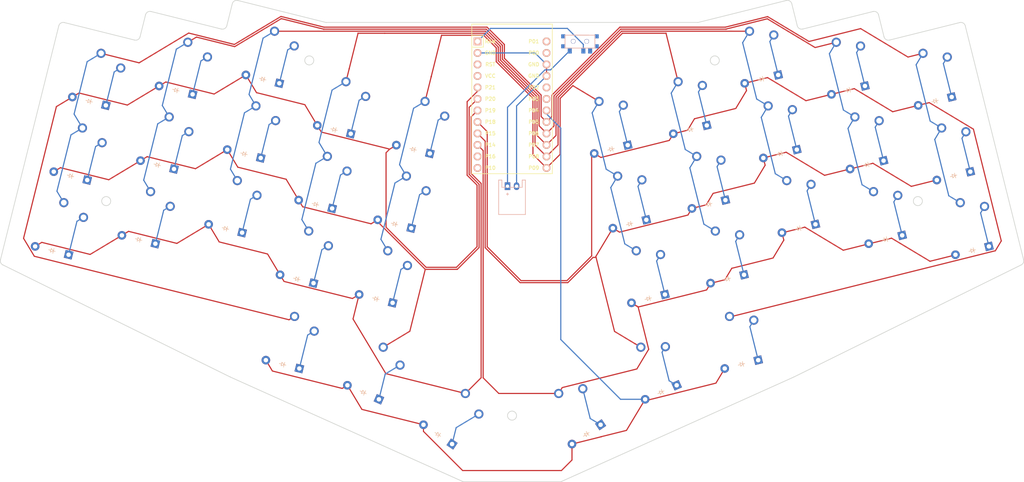
<source format=kicad_pcb>
(kicad_pcb (version 20211014) (generator pcbnew)
  (title_block (title "ibkbd_mini_pcb") (rev "v1.0.0") (company "Unknown"))
  (layers (0 "F.Cu" signal) (31 "B.Cu" signal) (34 "B.Paste" user) (35 "F.Paste" user) (36 "B.SilkS" user "B.Silkscreen") (37 "F.SilkS" user "F.Silkscreen") (38 "B.Mask" user) (39 "F.Mask" user) (44 "Edge.Cuts" user))
  (net 0 "")
  (net 1 "pinky_bottom")
  (net 2 "P5")
  (net 3 "pinky_home")
  (net 4 "pinky_top")
  (net 5 "ring_bottom")
  (net 6 "P6")
  (net 7 "ring_home")
  (net 8 "ring_top")
  (net 9 "middle_bottom")
  (net 10 "P7")
  (net 11 "middle_home")
  (net 12 "middle_top")
  (net 13 "index_bottom")
  (net 14 "P8")
  (net 15 "index_home")
  (net 16 "index_top")
  (net 17 "inner_bottom")
  (net 18 "P9")
  (net 19 "inner_home")
  (net 20 "inner_top")
  (net 21 "mirror_pinky_bottom")
  (net 22 "mirror_pinky_home")
  (net 23 "mirror_pinky_top")
  (net 24 "mirror_ring_bottom")
  (net 25 "mirror_ring_home")
  (net 26 "mirror_ring_top")
  (net 27 "mirror_middle_bottom")
  (net 28 "mirror_middle_home")
  (net 29 "mirror_middle_top")
  (net 30 "mirror_index_bottom")
  (net 31 "mirror_index_home")
  (net 32 "mirror_index_top")
  (net 33 "mirror_inner_bottom")
  (net 34 "mirror_inner_home")
  (net 35 "mirror_inner_top")
  (net 36 "inner_key")
  (net 37 "P21")
  (net 38 "mid_key")
  (net 39 "P20")
  (net 40 "outer_key")
  (net 41 "P19")
  (net 42 "mirror_inner_key")
  (net 43 "P18")
  (net 44 "mirror_mid_key")
  (net 45 "P15")
  (net 46 "mirror_outer_key")
  (net 47 "P14")
  (net 48 "P4")
  (net 49 "RAW")
  (net 50 "GND")
  (net 51 "RST")
  (net 52 "VCC")
  (net 53 "P16")
  (net 54 "P10")
  (net 55 "P1")
  (net 56 "P0")
  (net 57 "P2")
  (net 58 "P3")
  (net 59 "batswitch")
  (footprint "E73:SPDT_C128955" (layer "F.Cu") (at 214.366123 112.553325)
    (fp_text reference "T1" hide)
    (fp_text value "" hide)
  )
  (footprint "PG1350" (layer "F.Cu") (at 153.034867 160.188784 -14)
    (fp_text reference "S10" hide)
    (fp_text value "" hide)
  )
  (footprint "PG1350" (layer "F.Cu") (at 253.243901 116.052066 14)
    (fp_text reference "S24" hide)
    (fp_text value "" hide)
  )
  (footprint "PG1350" (layer "F.Cu") (at 248.828715 179.041245 14)
    (fp_text reference "S34" hide)
    (fp_text value "" hide)
  )
  (footprint "PG1350" (layer "F.Cu") (at 126.329566 118.489541 -14)
    (fp_text reference "S6" hide)
    (fp_text value "" hide)
  )
  (footprint "ComboDiode" (layer "F.Cu") (at 169.290581 169.394858 166)
    (fp_text reference "D13" hide)
    (fp_text value "" hide)
  )
  (footprint "PG1350" (layer "F.Cu") (at 118.104221 151.479595 -14)
    (fp_text reference "S4" hide)
    (fp_text value "" hide)
  )
  (footprint "PG1350" (layer "F.Cu") (at 241.584707 143.693759 14)
    (fp_text reference "S26" hide)
    (fp_text value "" hide)
  )
  (footprint "PG1350" (layer "F.Cu") (at 257.356575 132.547093 14)
    (fp_text reference "S23" hide)
    (fp_text value "" hide)
  )
  (footprint "ComboDiode" (layer "F.Cu") (at 229.441664 169.394857 -166)
    (fp_text reference "D28" hide)
    (fp_text value "" hide)
  )
  (footprint "ProMicro" (layer "F.Cu") (at 199.366123 126.553324 -90)
    (fp_text reference "MCU1" hide)
    (fp_text value "" hide)
  )
  (footprint "PG1350" (layer "F.Cu") (at 276.515352 134.984571 14)
    (fp_text reference "S20" hide)
    (fp_text value "" hide)
  )
  (footprint "ComboDiode" (layer "F.Cu") (at 215.765527 199.371503 -146)
    (fp_text reference "D36" hide)
    (fp_text value "" hide)
  )
  (footprint "PG1350" (layer "F.Cu") (at 220.006711 131.553324 14)
    (fp_text reference "S30" hide)
    (fp_text value "" hide)
  )
  (footprint "ComboDiode" (layer "F.Cu") (at 140.166059 137.398572 166)
    (fp_text reference "D8" hide)
    (fp_text value "" hide)
  )
  (footprint "PG1350" (layer "F.Cu") (at 295.674128 137.422046 14)
    (fp_text reference "S17" hide)
    (fp_text value "" hide)
  )
  (footprint "ComboDiode" (layer "F.Cu") (at 281.837634 156.331075 -166)
    (fp_text reference "D19" hide)
    (fp_text value "" hide)
  )
  (footprint "ComboDiode" (layer "F.Cu") (at 136.053389 153.8936 166)
    (fp_text reference "D7" hide)
    (fp_text value "" hide)
  )
  (footprint "ComboDiode" (layer "F.Cu") (at 97.735834 158.768551 166)
    (fp_text reference "D1" hide)
    (fp_text value "" hide)
  )
  (footprint "PG1350" (layer "F.Cu") (at 98.945445 153.917072 -14)
    (fp_text reference "S1" hide)
    (fp_text value "" hide)
  )
  (footprint "ComboDiode" (layer "F.Cu") (at 258.566187 137.398572 -166)
    (fp_text reference "D23" hide)
    (fp_text value "" hide)
  )
  (footprint "PG1350" (layer "F.Cu") (at 237.472033 127.198732 14)
    (fp_text reference "S27" hide)
    (fp_text value "" hide)
  )
  (footprint "ComboDiode" (layer "F.Cu") (at 273.612291 123.341019 -166)
    (fp_text reference "D21" hide)
    (fp_text value "" hide)
  )
  (footprint "ComboDiode" (layer "F.Cu") (at 121.007284 139.836048 166)
    (fp_text reference "D5" hide)
    (fp_text value "" hide)
  )
  (footprint "PG1350" (layer "F.Cu") (at 230.212641 185.504289 24)
    (fp_text reference "S35" hide)
    (fp_text value "" hide)
  )
  (footprint "ComboDiode" (layer "F.Cu") (at 238.681644 132.05021 -166)
    (fp_text reference "D27" hide)
    (fp_text value "" hide)
  )
  (footprint "PG1350" (layer "F.Cu") (at 245.697379 160.188784 14)
    (fp_text reference "S25" hide)
    (fp_text value "" hide)
  )
  (footprint "PG1350" (layer "F.Cu") (at 224.119383 148.048351 14)
    (fp_text reference "S29" hide)
    (fp_text value "" hide)
  )
  (footprint "ComboDiode" (layer "F.Cu") (at 221.21632 136.404804 -166)
    (fp_text reference "D30" hide)
    (fp_text value "" hide)
  )
  (footprint "ComboDiode" (layer "F.Cu") (at 292.771063 125.778495 -166)
    (fp_text reference "D18" hide)
    (fp_text value "" hide)
  )
  (footprint "ComboDiode" (layer "F.Cu") (at 101.848508 142.273524 166)
    (fp_text reference "D2" hide)
    (fp_text value "" hide)
  )
  (footprint "PG1350" (layer "F.Cu") (at 291.561458 120.927018 14)
    (fp_text reference "S18" hide)
    (fp_text value "" hide)
  )
  (footprint "PG1350" (layer "F.Cu") (at 103.058118 137.422045 -14)
    (fp_text reference "S2" hide)
    (fp_text value "" hide)
  )
  (footprint "PG1350" (layer "F.Cu") (at 280.628025 151.479596 14)
    (fp_text reference "S19" hide)
    (fp_text value "" hide)
  )
  (footprint "PG1350" (layer "F.Cu") (at 157.14754 143.693758 -14)
    (fp_text reference "S11" hide)
    (fp_text value "" hide)
  )
  (footprint "ComboDiode" (layer "F.Cu") (at 250.038323 183.892723 -166)
    (fp_text reference "D34" hide)
    (fp_text value "" hide)
  )
  (footprint "ComboDiode" (layer "F.Cu") (at 277.72496 139.836047 -166)
    (fp_text reference "D20" hide)
    (fp_text value "" hide)
  )
  (footprint "ComboDiode" (layer "F.Cu") (at 246.906985 165.040263 -166)
    (fp_text reference "D25" hide)
    (fp_text value "" hide)
  )
  (footprint "PG1350" (layer "F.Cu") (at 170.500192 164.543379 -14)
    (fp_text reference "S13" hide)
    (fp_text value "" hide)
  )
  (footprint "ComboDiode" (layer "F.Cu") (at 296.883737 142.273524 -166)
    (fp_text reference "D17" hide)
    (fp_text value "" hide)
  )
  (footprint "ComboDiode" (layer "F.Cu") (at 225.328991 152.899831 -166)
    (fp_text reference "D29" hide)
    (fp_text value "" hide)
  )
  (footprint "PG1350" (layer "F.Cu") (at 149.90353 179.041244 -14)
    (fp_text reference "S31" hide)
    (fp_text value "" hide)
  )
  (footprint "PG1350" (layer "F.Cu") (at 185.762685 195.226316 -34)
    (fp_text reference "S33" hide)
    (fp_text value "" hide)
  )
  (footprint "PG1350" (layer "F.Cu") (at 174.612864 148.048351 -14)
    (fp_text reference "S14" hide)
    (fp_text value "" hide)
  )
  (footprint "PG1350" (layer "F.Cu") (at 228.232054 164.543377 14)
    (fp_text reference "S28" hide)
    (fp_text value "" hide)
  )
  (footprint "PG1350" (layer "F.Cu") (at 145.48834 116.052066 -14)
    (fp_text reference "S9" hide)
    (fp_text value "" hide)
  )
  (footprint "PG1350" (layer "F.Cu") (at 137.262998 149.042121 -14)
    (fp_text reference "S7" hide)
    (fp_text value "" hide)
  )
  (footprint "ComboDiode" (layer "F.Cu") (at 166.485922 190.072014 156)
    (fp_text reference "D32" hide)
    (fp_text value "" hide)
  )
  (footprint "PG1350" (layer "F.Cu") (at 122.216891 134.98457 -14)
    (fp_text reference "S5" hide)
    (fp_text value "" hide)
  )
  (footprint "PG1350" (layer "F.Cu") (at 107.170791 120.927016 -14)
    (fp_text reference "S3" hide)
    (fp_text value "" hide)
  )
  (footprint "PG1350" (layer "F.Cu") (at 299.786798 153.917072 14)
    (fp_text reference "S16" hide)
    (fp_text value "" hide)
  )
  (footprint "ComboDiode" (layer "F.Cu") (at 182.966719 199.371503 146)
    (fp_text reference "D33" hide)
    (fp_text value "" hide)
  )
  (footprint "ComboDiode" (layer "F.Cu") (at 116.894612 156.331075 166)
    (fp_text reference "D4" hide)
    (fp_text value "" hide)
  )
  (footprint "PG1350" (layer "F.Cu") (at 141.375669 132.547093 -14)
    (fp_text reference "S8" hide)
    (fp_text value "" hide)
  )
  (footprint "ComboDiode" (layer "F.Cu") (at 177.515925 136.404802 166)
    (fp_text reference "D15" hide)
    (fp_text value "" hide)
  )
  (footprint "ComboDiode" (layer "F.Cu") (at 300.996412 158.768551 -166)
    (fp_text reference "D16" hide)
    (fp_text value "" hide)
  )
  (footprint "ComboDiode" (layer "F.Cu") (at 173.403255 152.89983 166)
    (fp_text reference "D14" hide)
    (fp_text value "" hide)
  )
  (footprint "ComboDiode" (layer "F.Cu") (at 125.119958 123.34102 166)
    (fp_text reference "D6" hide)
    (fp_text value "" hide)
  )
  (footprint "PG1350" (layer "F.Cu") (at 168.519607 185.504287 -24)
    (fp_text reference "S32" hide)
    (fp_text value "" hide)
  )
  (footprint "ComboDiode" (layer "F.Cu") (at 105.961181 125.778496 166)
    (fp_text reference "D3" hide)
    (fp_text value "" hide)
  )
  (footprint "PG1350" (layer "F.Cu") (at 212.969561 195.226317 34)
    (fp_text reference "S36" hide)
    (fp_text value "" hide)
  )
  (footprint "ComboDiode" (layer "F.Cu") (at 160.050602 132.05021 166)
    (fp_text reference "D12" hide)
    (fp_text value "" hide)
  )
  (footprint "ComboDiode" (layer "F.Cu") (at 148.693921 183.892726 166)
    (fp_text reference "D31" hide)
    (fp_text value "" hide)
  )
  (footprint "ComboDiode" (layer "F.Cu") (at 151.825258 165.040264 166)
    (fp_text reference "D10" hide)
    (fp_text value "" hide)
  )
  (footprint "JST_PH_S2B-PH-K_02x2.00mm_Angled" (layer "F.Cu") (at 199.366123 144.553324)
    (fp_text reference "JST1" hide)
    (fp_text value "" hide)
  )
  (footprint "PG1350" (layer "F.Cu") (at 272.402679 118.48954 14)
    (fp_text reference "S21" hide)
    (fp_text value "" hide)
  )
  (footprint "PG1350" (layer "F.Cu") (at 261.469248 149.042121 14)
    (fp_text reference "S22" hide)
    (fp_text value "" hide)
  )
  (footprint "PG1350" (layer "F.Cu") (at 178.725533 131.553323 -14)
    (fp_text reference "S15" hide)
    (fp_text value "" hide)
  )
  (footprint "PG1350" (layer "F.Cu") (at 161.260212 127.19873 -14)
    (fp_text reference "S12" hide)
    (fp_text value "" hide)
  )
  (footprint "ComboDiode" (layer "F.Cu") (at 254.453513 120.903544 -166)
    (fp_text reference "D24" hide)
    (fp_text value "" hide)
  )
  (footprint "ComboDiode" (layer "F.Cu") (at 242.794316 148.545236 -166)
    (fp_text reference "D26" hide)
    (fp_text value "" hide)
  )
  (footprint "ComboDiode" (layer "F.Cu") (at 144.278732 120.903545 166)
    (fp_text reference "D9" hide)
    (fp_text value "" hide)
  )
  (footprint "ComboDiode" (layer "F.Cu") (at 262.678855 153.8936 -166)
    (fp_text reference "D22" hide)
    (fp_text value "" hide)
  )
  (footprint "ComboDiode" (layer "F.Cu") (at 155.937929 148.545235 166)
    (fp_text reference "D11" hide)
    (fp_text value "" hide)
  )
  (footprint "ComboDiode" (layer "F.Cu") (at 232.246323 190.072014 -156)
    (fp_text reference "D35" hide)
    (fp_text value "" hide)
  )
  (gr_line (start 137.161191 186.714683) (end 188.40723 209.749535) (layer "Edge.Cuts") (width 0.15))
  (gr_line (start 86.381904 160.800907) (end 99.262732 109.138723) (layer "Edge.Cuts") (width 0.15))
  (gr_arc (start 259.939744 103.535397) (mid 260.696702 103.648527) (end 261.151959 104.263772) (layer "Edge.Cuts") (width 0.15))
  (gr_line (start 158.127795 108.356226) (end 138.792503 103.535395) (layer "Edge.Cuts") (width 0.15))
  (gr_line (start 115.999682 112.281099) (end 100.47495 108.41035) (layer "Edge.Cuts") (width 0.15))
  (gr_arc (start 118.421511 106.701246) (mid 118.876767 106.086001) (end 119.633726 105.972873) (layer "Edge.Cuts") (width 0.15))
  (gr_line (start 299.469513 109.138724) (end 312.35034 160.800906) (layer "Edge.Cuts") (width 0.15))
  (gr_line (start 86.90999 161.939738) (end 137.128963 186.699503) (layer "Edge.Cuts") (width 0.15))
  (gr_line (start 298.257295 108.41035) (end 282.732565 112.281101) (layer "Edge.Cuts") (width 0.15))
  (gr_arc (start 312.35034 160.800906) (mid 312.287254 161.463506) (end 311.822257 161.939739) (layer "Edge.Cuts") (width 0.15))
  (gr_arc (start 261.603284 186.6995) (mid 261.587238 186.707235) (end 261.571057 186.714685) (layer "Edge.Cuts") (width 0.15))
  (gr_arc (start 86.90999 161.939738) (mid 86.444994 161.463506) (end 86.381904 160.800907) (layer "Edge.Cuts") (width 0.15))
  (gr_circle (center 199.366122 195.226316) (end 200.366122 195.226317) (layer "Edge.Cuts") (width 0.15) (fill none))
  (gr_circle (center 288.997802 147.846855) (end 289.997805 147.846854) (layer "Edge.Cuts") (width 0.15) (fill none))
  (gr_arc (start 136.370677 109.115249) (mid 135.915419 109.730496) (end 135.158458 109.843623) (layer "Edge.Cuts") (width 0.15))
  (gr_arc (start 188.817215 209.837444) (mid 188.607563 209.815221) (end 188.40723 209.749535) (layer "Edge.Cuts") (width 0.15))
  (gr_arc (start 137.580285 104.263769) (mid 138.035543 103.648524) (end 138.792503 103.535395) (layer "Edge.Cuts") (width 0.15))
  (gr_line (start 261.603284 186.6995) (end 311.822257 161.939739) (layer "Edge.Cuts") (width 0.15))
  (gr_arc (start 137.161191 186.714683) (mid 137.14501 186.707235) (end 137.128963 186.699503) (layer "Edge.Cuts") (width 0.15))
  (gr_arc (start 99.262736 109.138724) (mid 99.717992 108.52348) (end 100.47495 108.41035) (layer "Edge.Cuts") (width 0.15))
  (gr_line (start 281.520347 111.552725) (end 280.310735 106.701248) (layer "Edge.Cuts") (width 0.15))
  (gr_arc (start 298.257295 108.41035) (mid 299.014255 108.523478) (end 299.469513 109.138724) (layer "Edge.Cuts") (width 0.15))
  (gr_circle (center 109.734443 147.846857) (end 110.734443 147.846856) (layer "Edge.Cuts") (width 0.15) (fill none))
  (gr_arc (start 279.098518 105.972873) (mid 279.855477 106.086003) (end 280.310735 106.701248) (layer "Edge.Cuts") (width 0.15))
  (gr_line (start 259.939743 103.535397) (end 240.604451 108.356226) (layer "Edge.Cuts") (width 0.15))
  (gr_arc (start 240.604449 108.356226) (mid 240.484397 108.378476) (end 240.362529 108.385934) (layer "Edge.Cuts") (width 0.15))
  (gr_line (start 118.421508 106.701247) (end 117.2119 111.552726) (layer "Edge.Cuts") (width 0.15))
  (gr_line (start 279.098518 105.972876) (end 263.573785 109.843622) (layer "Edge.Cuts") (width 0.15))
  (gr_line (start 210.325013 209.749536) (end 261.571057 186.714685) (layer "Edge.Cuts") (width 0.15))
  (gr_circle (center 244.148361 116.77392) (end 245.148361 116.773921) (layer "Edge.Cuts") (width 0.15) (fill none))
  (gr_line (start 262.361571 109.11525) (end 261.151959 104.263772) (layer "Edge.Cuts") (width 0.15))
  (gr_line (start 137.580285 104.263771) (end 136.370674 109.11525) (layer "Edge.Cuts") (width 0.15))
  (gr_circle (center 154.583888 116.773921) (end 155.583887 116.773921) (layer "Edge.Cuts") (width 0.15) (fill none))
  (gr_line (start 240.362529 108.385934) (end 158.369718 108.385933) (layer "Edge.Cuts") (width 0.15))
  (gr_arc (start 158.369717 108.385931) (mid 158.247848 108.378477) (end 158.127795 108.356226) (layer "Edge.Cuts") (width 0.15))
  (gr_line (start 135.158458 109.843623) (end 119.633726 105.972873) (layer "Edge.Cuts") (width 0.15))
  (gr_arc (start 210.325013 209.749536) (mid 210.124682 209.815219) (end 209.915033 209.837442) (layer "Edge.Cuts") (width 0.15))
  (gr_arc (start 263.573785 109.843622) (mid 262.816828 109.730492) (end 262.361571 109.11525) (layer "Edge.Cuts") (width 0.15))
  (gr_line (start 188.817215 209.837444) (end 209.915033 209.837442) (layer "Edge.Cuts") (width 0.15))
  (gr_arc (start 117.2119 111.552726) (mid 116.756643 112.167972) (end 115.999682 112.281099) (layer "Edge.Cuts") (width 0.15))
  (gr_arc (start 282.732563 112.281097) (mid 281.975603 112.167971) (end 281.520347 111.552725) (layer "Edge.Cuts") (width 0.15))
  (segment (start 103.273689 152.306325) (end 104.716227 151.439559) (width 0.25) (layer "B.Cu") (net 1))
  (segment (start 101.432663 159.690273) (end 103.273689 152.306325) (width 0.25) (layer "B.Cu") (net 1))
  (segment (start 223.184246 109.42828) (end 246.475517 109.428281) (width 0.25) (layer "F.Cu") (net 2))
  (segment (start 197.681142 116.311385) (end 205.785311 124.415555) (width 0.25) (layer "F.Cu") (net 2))
  (segment (start 197.681142 113.261386) (end 197.681142 116.311385) (width 0.25) (layer "F.Cu") (net 2))
  (segment (start 205.78531 129.162512) (end 206.986123 130.363325) (width 0.25) (layer "F.Cu") (net 2))
  (segment (start 138.03878 113.24781) (end 148.331759 107.063164) (width 0.25) (layer "F.Cu") (net 2))
  (segment (start 108.598129 115.202274) (end 108.605975 115.215335) (width 0.25) (layer "F.Cu") (net 2))
  (segment (start 255.811282 107.100612) (end 264.950821 112.592202) (width 0.25) (layer "F.Cu") (net 2))
  (segment (start 286.811248 116.030758) (end 290.134118 115.202274) (width 0.25) (layer "F.Cu") (net 2))
  (segment (start 246.475517 109.428281) (end 255.811282 107.100612) (width 0.25) (layer "F.Cu") (net 2))
  (segment (start 208.186933 124.425594) (end 223.184246 109.42828) (width 0.25) (layer "F.Cu") (net 2))
  (segment (start 276.355951 109.748583) (end 286.811248 116.030758) (width 0.25) (layer "F.Cu") (net 2))
  (segment (start 148.331759 107.063164) (end 157.817446 109.428212) (width 0.25) (layer "F.Cu") (net 2))
  (segment (start 116.997805 117.307654) (end 127.943548 110.730786) (width 0.25) (layer "F.Cu") (net 2))
  (segment (start 205.785311 124.415555) (end 205.78531 129.162512) (width 0.25) (layer "F.Cu") (net 2))
  (segment (start 108.605975 115.215335) (end 116.997805 117.307654) (width 0.25) (layer "F.Cu") (net 2))
  (segment (start 157.817446 109.428212) (end 193.847967 109.428212) (width 0.25) (layer "F.Cu") (net 2))
  (segment (start 264.950821 112.592202) (end 276.355951 109.748583) (width 0.25) (layer "F.Cu") (net 2))
  (segment (start 193.847967 109.428212) (end 197.681142 113.261386) (width 0.25) (layer "F.Cu") (net 2))
  (segment (start 206.986123 130.363325) (end 208.186932 129.162514) (width 0.25) (layer "F.Cu") (net 2))
  (segment (start 208.186932 129.162514) (end 208.186933 124.425594) (width 0.25) (layer "F.Cu") (net 2))
  (segment (start 127.943548 110.730786) (end 138.03878 113.24781) (width 0.25) (layer "F.Cu") (net 2))
  (segment (start 288.612529 117.73462) (end 291.714441 130.175713) (width 0.25) (layer "B.Cu") (net 2))
  (segment (start 101.953108 133.218889) (end 98.851198 145.659979) (width 0.25) (layer "B.Cu") (net 2))
  (segment (start 104.485455 131.697298) (end 101.953108 133.218889) (width 0.25) (layer "B.Cu") (net 2))
  (segment (start 292.725201 134.229649) (end 295.827114 146.670741) (width 0.25) (layer "B.Cu") (net 2))
  (segment (start 295.827114 146.670741) (end 298.35946 148.192327) (width 0.25) (layer "B.Cu") (net 2))
  (segment (start 105.527595 117.047234) (end 102.640493 128.626766) (width 0.25) (layer "B.Cu") (net 2))
  (segment (start 291.714441 130.175713) (end 294.246788 131.6973) (width 0.25) (layer "B.Cu") (net 2))
  (segment (start 290.134119 115.202272) (end 288.612529 117.73462) (width 0.25) (layer "B.Cu") (net 2))
  (segment (start 294.246788 131.6973) (end 292.725201 134.229649) (width 0.25) (layer "B.Cu") (net 2))
  (segment (start 108.59813 115.202273) (end 105.527595 117.047234) (width 0.25) (layer "B.Cu") (net 2))
  (segment (start 98.851198 145.659979) (end 100.372784 148.192327) (width 0.25) (layer "B.Cu") (net 2))
  (segment (start 102.640493 128.626766) (end 104.485455 131.697298) (width 0.25) (layer "B.Cu") (net 2))
  (segment (start 107.386359 135.811296) (end 108.828899 134.944531) (width 0.25) (layer "B.Cu") (net 3))
  (segment (start 105.545335 143.195247) (end 107.386359 135.811296) (width 0.25) (layer "B.Cu") (net 3))
  (segment (start 109.658007 126.70022) (end 111.499033 119.316268) (width 0.25) (layer "B.Cu") (net 4))
  (segment (start 111.499033 119.316268) (end 112.941574 118.449501) (width 0.25) (layer "B.Cu") (net 4))
  (segment (start 122.432464 149.868848) (end 123.875002 149.002082) (width 0.25) (layer "B.Cu") (net 5))
  (segment (start 120.591437 157.252798) (end 122.432464 149.868848) (width 0.25) (layer "B.Cu") (net 5))
  (segment (start 270.97534 112.764797) (end 266.303757 113.929553) (width 0.25) (layer "F.Cu") (net 6))
  (segment (start 246.661713 109.877799) (end 223.370445 109.877799) (width 0.25) (layer "F.Cu") (net 6))
  (segment (start 266.303757 113.929553) (end 255.739364 107.581825) (width 0.25) (layer "F.Cu") (net 6))
  (segment (start 148.403676 107.544375) (end 157.760918 109.877398) (width 0.25) (layer "F.Cu") (net 6))
  (segment (start 205.335791 131.206034) (end 206.986123 132.856366) (width 0.25) (layer "F.Cu") (net 6))
  (segment (start 255.739364 107.581825) (end 246.705225 109.834287) (width 0.25) (layer "F.Cu") (net 6))
  (segment (start 138.110697 113.729021) (end 148.403676 107.544375) (width 0.25) (layer "F.Cu") (net 6))
  (segment (start 206.986123 132.856366) (end 206.986123 132.903324) (width 0.25) (layer "F.Cu") (net 6))
  (segment (start 127.756907 112.764796) (end 129.659148 111.621815) (width 0.25) (layer "F.Cu") (net 6))
  (segment (start 246.705225 109.834287) (end 246.661713 109.877799) (width 0.25) (layer "F.Cu") (net 6))
  (segment (start 205.335791 124.601751) (end 205.335791 131.206034) (width 0.25) (layer "F.Cu") (net 6))
  (segment (start 208.636453 131.252994) (end 206.986123 132.903324) (width 0.25) (layer "F.Cu") (net 6))
  (segment (start 157.760918 109.877398) (end 157.761159 109.877802) (width 0.25) (layer "F.Cu") (net 6))
  (segment (start 197.231623 113.447583) (end 197.231621 116.497583) (width 0.25) (layer "F.Cu") (net 6))
  (segment (start 197.231621 116.497583) (end 205.335791 124.601751) (width 0.25) (layer "F.Cu") (net 6))
  (segment (start 157.761159 109.877802) (end 193.661839 109.8778) (width 0.25) (layer "F.Cu") (net 6))
  (segment (start 129.659148 111.621815) (end 138.110697 113.729021) (width 0.25) (layer "F.Cu") (net 6))
  (segment (start 208.636454 124.611793) (end 208.636453 131.252994) (width 0.25) (layer "F.Cu") (net 6))
  (segment (start 223.370445 109.877799) (end 208.636454 124.611793) (width 0.25) (layer "F.Cu") (net 6))
  (segment (start 193.661839 109.8778) (end 197.231623 113.447583) (width 0.25) (layer "F.Cu") (net 6))
  (segment (start 127.756907 112.764796) (end 125.224559 114.286386) (width 0.25) (layer "B.Cu") (net 6))
  (segment (start 269.453752 115.297146) (end 270.975342 112.764798) (width 0.25) (layer "B.Cu") (net 6))
  (segment (start 125.224559 114.286386) (end 122.122644 126.727477) (width 0.25) (layer "B.Cu") (net 6))
  (segment (start 272.555665 127.738237) (end 269.453752 115.297146) (width 0.25) (layer "B.Cu") (net 6))
  (segment (start 273.566425 131.792174) (end 275.088013 129.259825) (width 0.25) (layer "B.Cu") (net 6))
  (segment (start 123.644232 129.259824) (end 121.111885 130.781411) (width 0.25) (layer "B.Cu") (net 6))
  (segment (start 275.088013 129.259825) (end 272.555665 127.738237) (width 0.25) (layer "B.Cu") (net 6))
  (segment (start 118.009972 143.222503) (end 119.53156 145.754851) (width 0.25) (layer "B.Cu") (net 6))
  (segment (start 122.122644 126.727477) (end 123.644232 129.259824) (width 0.25) (layer "B.Cu") (net 6))
  (segment (start 121.111885 130.781411) (end 118.009972 143.222503) (width 0.25) (layer "B.Cu") (net 6))
  (segment (start 279.200686 145.754851) (end 276.668337 144.233262) (width 0.25) (layer "B.Cu") (net 6))
  (segment (start 206.963082 132.903323) (end 206.986123 132.903324) (width 0.25) (layer "B.Cu") (net 6))
  (segment (start 276.668337 144.233262) (end 273.566425 131.792174) (width 0.25) (layer "B.Cu") (net 6))
  (segment (start 124.704113 140.757771) (end 126.545136 133.37382) (width 0.25) (layer "B.Cu") (net 7))
  (segment (start 126.545136 133.37382) (end 127.987675 132.507055) (width 0.25) (layer "B.Cu") (net 7))
  (segment (start 128.816782 124.262743) (end 130.657807 116.878791) (width 0.25) (layer "B.Cu") (net 8))
  (segment (start 130.657807 116.878791) (end 132.100348 116.012027) (width 0.25) (layer "B.Cu") (net 8))
  (segment (start 139.750217 154.81532) (end 141.591239 147.431371) (width 0.25) (layer "B.Cu") (net 9))
  (segment (start 141.591239 147.431371) (end 143.033779 146.564607) (width 0.25) (layer "B.Cu") (net 9))
  (segment (start 146.915682 110.327322) (end 193.475643 110.327321) (width 0.25) (layer "F.Cu") (net 10))
  (segment (start 204.886271 133.343472) (end 206.986122 135.443325) (width 0.25) (layer "F.Cu") (net 10))
  (segment (start 196.782101 113.633781) (end 196.782102 116.683778) (width 0.25) (layer "F.Cu") (net 10))
  (segment (start 223.556643 110.32732) (end 209.085975 124.79799) (width 0.25) (layer "F.Cu") (net 10))
  (segment (start 204.886271 124.787948) (end 204.886271 133.343472) (width 0.25) (layer "F.Cu") (net 10))
  (segment (start 209.085975 124.79799) (end 209.085973 133.343474) (width 0.25) (layer "F.Cu") (net 10))
  (segment (start 251.816563 110.327321) (end 223.556643 110.32732) (width 0.25) (layer "F.Cu") (net 10))
  (segment (start 209.085973 133.343474) (end 206.986123 135.443324) (width 0.25) (layer "F.Cu") (net 10))
  (segment (start 193.475643 110.327321) (end 196.782101 113.633781) (width 0.25) (layer "F.Cu") (net 10))
  (segment (start 196.782102 116.683778) (end 204.886271 124.787948) (width 0.25) (layer "F.Cu") (net 10))
  (segment (start 257.509562 141.795788) (end 254.407648 129.354695) (width 0.25) (layer "B.Cu") (net 10))
  (segment (start 206.986122 135.426366) (end 206.986123 135.443324) (width 0.25) (layer "B.Cu") (net 10))
  (segment (start 146.915683 110.327321) (end 144.383334 111.848909) (width 0.25) (layer "B.Cu") (net 10))
  (segment (start 253.396888 125.300761) (end 250.294976 112.85967) (width 0.25) (layer "B.Cu") (net 10))
  (segment (start 144.383334 111.848909) (end 141.281421 124.29) (width 0.25) (layer "B.Cu") (net 10))
  (segment (start 255.929237 126.822348) (end 253.396888 125.300761) (width 0.25) (layer "B.Cu") (net 10))
  (segment (start 141.281421 124.29) (end 142.80301 126.822348) (width 0.25) (layer "B.Cu") (net 10))
  (segment (start 140.270664 128.343935) (end 137.168749 140.785026) (width 0.25) (layer "B.Cu") (net 10))
  (segment (start 142.80301 126.822348) (end 140.270664 128.343935) (width 0.25) (layer "B.Cu") (net 10))
  (segment (start 137.168749 140.785026) (end 138.690336 143.317376) (width 0.25) (layer "B.Cu") (net 10))
  (segment (start 250.294976 112.85967) (end 251.816564 110.327321) (width 0.25) (layer "B.Cu") (net 10))
  (segment (start 254.407648 129.354695) (end 255.929237 126.822348) (width 0.25) (layer "B.Cu") (net 10))
  (segment (start 260.041911 143.317376) (end 257.509562 141.795788) (width 0.25) (layer "B.Cu") (net 10))
  (segment (start 143.862888 138.320294) (end 145.703911 130.936345) (width 0.25) (layer "B.Cu") (net 11))
  (segment (start 145.703911 130.936345) (end 147.146452 130.06958) (width 0.25) (layer "B.Cu") (net 11))
  (segment (start 149.816583 114.441317) (end 151.259124 113.574554) (width 0.25) (layer "B.Cu") (net 12))
  (segment (start 147.975559 121.825266) (end 149.816583 114.441317) (width 0.25) (layer "B.Cu") (net 12))
  (segment (start 155.522084 165.961987) (end 157.36311 158.578033) (width 0.25) (layer "B.Cu") (net 13))
  (segment (start 157.36311 158.578033) (end 158.80565 157.711271) (width 0.25) (layer "B.Cu") (net 13))
  (segment (start 162.687553 121.473987) (end 163.400378 118.614991) (width 0.25) (layer "F.Cu") (net 14))
  (segment (start 206.986123 137.983324) (end 209.535494 135.433955) (width 0.25) (layer "F.Cu") (net 14))
  (segment (start 212.961354 121.558325) (end 223.742839 110.77684) (width 0.25) (layer "F.Cu") (net 14))
  (segment (start 163.400378 118.614991) (end 163.403118 118.613345) (width 0.25) (layer "F.Cu") (net 14))
  (segment (start 165.350153 110.79487) (end 165.339321 110.776842) (width 0.25) (layer "F.Cu") (net 14))
  (segment (start 204.436751 124.974146) (end 196.332581 116.869976) (width 0.25) (layer "F.Cu") (net 14))
  (segment (start 171.239622 110.776842) (end 165.339321 110.776842) (width 0.25) (layer "F.Cu") (net 14))
  (segment (start 223.742839 110.77684) (end 233.381765 110.776841) (width 0.25) (layer "F.Cu") (net 14))
  (segment (start 196.332581 113.81998) (end 193.289445 110.776842) (width 0.25) (layer "F.Cu") (net 14))
  (segment (start 206.986122 137.983325) (end 204.436751 135.433954) (width 0.25) (layer "F.Cu") (net 14))
  (segment (start 209.535494 135.433955) (end 209.535494 124.984189) (width 0.25) (layer "F.Cu") (net 14))
  (segment (start 196.332581 116.869976) (end 196.332581 113.81998) (width 0.25) (layer "F.Cu") (net 14))
  (segment (start 193.289445 110.776842) (end 171.239622 110.776842) (width 0.25) (layer "F.Cu") (net 14))
  (segment (start 233.378818 110.781746) (end 233.381765 110.776841) (width 0.25) (layer "F.Cu") (net 14))
  (segment (start 204.436751 135.433954) (end 204.436751 124.974146) (width 0.25) (layer "F.Cu") (net 14))
  (segment (start 209.535494 124.984189) (end 212.961354 121.558325) (width 0.25) (layer "F.Cu") (net 14))
  (segment (start 163.400378 118.614991) (end 165.350153 110.79487) (width 0.25) (layer "F.Cu") (net 14))
  (segment (start 236.044694 121.473987) (end 233.378818 110.781746) (width 0.25) (layer "F.Cu") (net 14))
  (segment (start 241.737693 152.942452) (end 238.635779 140.501361) (width 0.25) (layer "B.Cu") (net 14))
  (segment (start 158.574879 137.969012) (end 156.042533 139.490603) (width 0.25) (layer "B.Cu") (net 14))
  (segment (start 238.635779 140.501361) (end 240.157367 137.969015) (width 0.25) (layer "B.Cu") (net 14))
  (segment (start 240.157367 137.969015) (end 237.625018 136.447424) (width 0.25) (layer "B.Cu") (net 14))
  (segment (start 156.729917 134.898478) (end 158.574879 137.969012) (width 0.25) (layer "B.Cu") (net 14))
  (segment (start 162.687553 121.473987) (end 159.617016 123.318949) (width 0.25) (layer "B.Cu") (net 14))
  (segment (start 156.042533 139.490603) (end 152.940619 151.931692) (width 0.25) (layer "B.Cu") (net 14))
  (segment (start 152.940619 151.931692) (end 154.462207 154.46404) (width 0.25) (layer "B.Cu") (net 14))
  (segment (start 159.617016 123.318949) (end 156.729917 134.898478) (width 0.25) (layer "B.Cu") (net 14))
  (segment (start 244.270039 154.464038) (end 241.737693 152.942452) (width 0.25) (layer "B.Cu") (net 14))
  (segment (start 234.523106 124.006335) (end 236.044696 121.473987) (width 0.25) (layer "B.Cu") (net 14))
  (segment (start 237.625018 136.447424) (end 234.523106 124.006335) (width 0.25) (layer "B.Cu") (net 14))
  (segment (start 159.634759 149.466958) (end 161.475783 142.08301) (width 0.25) (layer "B.Cu") (net 15))
  (segment (start 161.475783 142.08301) (end 162.918322 141.216243) (width 0.25) (layer "B.Cu") (net 15))
  (segment (start 165.588453 125.587981) (end 167.030995 124.721216) (width 0.25) (layer "B.Cu") (net 16))
  (segment (start 163.747429 132.971931) (end 165.588453 125.587981) (width 0.25) (layer "B.Cu") (net 16))
  (segment (start 172.987409 170.31658) (end 174.828433 162.932631) (width 0.25) (layer "B.Cu") (net 17))
  (segment (start 174.828433 162.932631) (end 176.270971 162.065862) (width 0.25) (layer "B.Cu") (net 17))
  (segment (start 203.98723 137.524433) (end 206.986122 140.523323) (width 0.25) (layer "F.Cu") (net 18))
  (segment (start 209.985013 137.524433) (end 209.985012 125.170388) (width 0.25) (layer "F.Cu") (net 18))
  (segment (start 195.883061 114.006177) (end 195.883063 117.056173) (width 0.25) (layer "F.Cu") (net 18))
  (segment (start 209.985012 125.170388) (end 211.804214 123.351184) (width 0.25) (layer "F.Cu") (net 18))
  (segment (start 212.817905 122.366741) (end 212.812068 122.343329) (width 0.25) (layer "F.Cu") (net 18))
  (segment (start 181.516355 120.35995) (end 183.79284 111.229469) (width 0.25) (layer "F.Cu") (net 18))
  (segment (start 190.610103 111.22636) (end 183.790974 111.226362) (width 0.25) (layer "F.Cu") (net 18))
  (segment (start 211.804214 123.351184) (end 212.812068 122.343329) (width 0.25) (layer "F.Cu") (net 18))
  (segment (start 206.986125 140.523325) (end 209.985013 137.524433) (width 0.25) (layer "F.Cu") (net 18))
  (segment (start 183.79284 111.229469) (end 183.790974 111.226362) (width 0.25) (layer "F.Cu") (net 18))
  (segment (start 190.610103 111.22636) (end 193.103246 111.22636) (width 0.25) (layer "F.Cu") (net 18))
  (segment (start 193.103246 111.22636) (end 195.883061 114.006177) (width 0.25) (layer "F.Cu") (net 18))
  (segment (start 181.529607 120.306804) (end 181.529743 120.306722) (width 0.25) (layer "F.Cu") (net 18))
  (segment (start 195.883063 117.056173) (end 203.98723 125.160343) (width 0.25) (layer "F.Cu") (net 18))
  (segment (start 203.98723 125.160343) (end 203.98723 137.524433) (width 0.25) (layer "F.Cu") (net 18))
  (segment (start 218.579372 125.828579) (end 212.817905 122.366741) (width 0.25) (layer "F.Cu") (net 18))
  (segment (start 180.152872 125.82858) (end 181.516355 120.35995) (width 0.25) (layer "F.Cu") (net 18))
  (segment (start 181.516355 120.35995) (end 181.529607 120.306804) (width 0.25) (layer "F.Cu") (net 18))
  (segment (start 220.159693 140.802019) (end 217.057783 128.360928) (width 0.25) (layer "B.Cu") (net 18))
  (segment (start 221.170458 144.855956) (end 222.692044 142.323606) (width 0.25) (layer "B.Cu") (net 18))
  (segment (start 206.983081 140.523322) (end 206.986125 140.523325) (width 0.25) (layer "B.Cu") (net 18))
  (segment (start 173.507855 143.845196) (end 170.405941 156.286285) (width 0.25) (layer "B.Cu") (net 18))
  (segment (start 224.27237 157.297046) (end 221.170458 144.855956) (width 0.25) (layer "B.Cu") (net 18))
  (segment (start 180.152876 125.828579) (end 177.620528 127.350168) (width 0.25) (layer "B.Cu") (net 18))
  (segment (start 174.518613 139.791258) (end 176.040203 142.323607) (width 0.25) (layer "B.Cu") (net 18))
  (segment (start 226.804716 158.818632) (end 224.27237 157.297046) (width 0.25) (layer "B.Cu") (net 18))
  (segment (start 176.040203 142.323607) (end 173.507855 143.845196) (width 0.25) (layer "B.Cu") (net 18))
  (segment (start 170.405941 156.286285) (end 171.927529 158.818633) (width 0.25) (layer "B.Cu") (net 18))
  (segment (start 217.057783 128.360928) (end 218.579371 125.82858) (width 0.25) (layer "B.Cu") (net 18))
  (segment (start 222.692044 142.323606) (end 220.159693 140.802019) (width 0.25) (layer "B.Cu") (net 18))
  (segment (start 177.620528 127.350168) (end 174.518613 139.791258) (width 0.25) (layer "B.Cu") (net 18))
  (segment (start 178.941105 146.437602) (end 180.383646 145.570839) (width 0.25) (layer "B.Cu") (net 19))
  (segment (start 177.10008 153.821554) (end 178.941105 146.437602) (width 0.25) (layer "B.Cu") (net 19))
  (segment (start 181.212754 137.326525) (end 183.053778 129.942576) (width 0.25) (layer "B.Cu") (net 20))
  (segment (start 183.053778 129.942576) (end 184.496316 129.075812) (width 0.25) (layer "B.Cu") (net 20))
  (segment (start 302.852211 150.462876) (end 303.718975 149.020338) (width 0.25) (layer "B.Cu") (net 21))
  (segment (start 304.693238 157.846829) (end 302.852211 150.462876) (width 0.25) (layer "B.Cu") (net 21))
  (segment (start 298.73954 133.967851) (end 299.606304 132.525312) (width 0.25) (layer "B.Cu") (net 22))
  (segment (start 300.580563 141.351801) (end 298.73954 133.967851) (width 0.25) (layer "B.Cu") (net 22))
  (segment (start 294.626866 117.472823) (end 295.493633 116.030285) (width 0.25) (layer "B.Cu") (net 23))
  (segment (start 296.467893 124.856775) (end 294.626866 117.472823) (width 0.25) (layer "B.Cu") (net 23))
  (segment (start 284.5602 146.582863) (end 283.693436 148.025402) (width 0.25) (layer "B.Cu") (net 24))
  (segment (start 283.693436 148.025402) (end 285.534458 155.409353) (width 0.25) (layer "B.Cu") (net 24))
  (segment (start 280.447529 130.087837) (end 279.580763 131.530376) (width 0.25) (layer "B.Cu") (net 25))
  (segment (start 279.580763 131.530376) (end 281.421788 138.914326) (width 0.25) (layer "B.Cu") (net 25))
  (segment (start 275.468089 115.035348) (end 277.309115 122.419298) (width 0.25) (layer "B.Cu") (net 26))
  (segment (start 276.334853 113.592809) (end 275.468089 115.035348) (width 0.25) (layer "B.Cu") (net 26))
  (segment (start 266.375683 152.971875) (end 264.534656 145.587929) (width 0.25) (layer "B.Cu") (net 27))
  (segment (start 264.534656 145.587929) (end 265.401424 144.145387) (width 0.25) (layer "B.Cu") (net 27))
  (segment (start 262.263012 136.47685) (end 260.421985 129.092897) (width 0.25) (layer "B.Cu") (net 28))
  (segment (start 260.421985 129.092897) (end 261.288751 127.650359) (width 0.25) (layer "B.Cu") (net 28))
  (segment (start 258.150342 119.981823) (end 256.309313 112.597869) (width 0.25) (layer "B.Cu") (net 29))
  (segment (start 256.309313 112.597869) (end 257.17608 111.155332) (width 0.25) (layer "B.Cu") (net 29))
  (segment (start 249.629555 155.292052) (end 248.762788 156.734593) (width 0.25) (layer "B.Cu") (net 30))
  (segment (start 248.762788 156.734593) (end 250.603811 164.118542) (width 0.25) (layer "B.Cu") (net 30))
  (segment (start 245.516882 138.797024) (end 244.650117 140.239563) (width 0.25) (layer "B.Cu") (net 31))
  (segment (start 244.650117 140.239563) (end 246.491144 147.623513) (width 0.25) (layer "B.Cu") (net 31))
  (segment (start 241.40421 122.301996) (end 240.537444 123.744537) (width 0.25) (layer "B.Cu") (net 32))
  (segment (start 240.537444 123.744537) (end 242.37847 131.128486) (width 0.25) (layer "B.Cu") (net 32))
  (segment (start 231.297467 161.089186) (end 233.138492 168.473135) (width 0.25) (layer "B.Cu") (net 33))
  (segment (start 232.164232 159.646647) (end 231.297467 161.089186) (width 0.25) (layer "B.Cu") (net 33))
  (segment (start 227.184793 144.59416) (end 229.025819 151.978107) (width 0.25) (layer "B.Cu") (net 34))
  (segment (start 228.051559 143.151619) (end 227.184793 144.59416) (width 0.25) (layer "B.Cu") (net 34))
  (segment (start 223.938886 126.65659) (end 223.072123 128.099128) (width 0.25) (layer "B.Cu") (net 35))
  (segment (start 223.072123 128.099128) (end 224.913148 135.483079) (width 0.25) (layer "B.Cu") (net 35))
  (segment (start 154.231775 177.430497) (end 155.674313 176.563731) (width 0.25) (layer "B.Cu") (net 36))
  (segment (start 152.390748 184.814445) (end 154.231775 177.430497) (width 0.25) (layer "B.Cu") (net 36))
  (segment (start 192.062899 123.268342) (end 189.452102 125.87914) (width 0.25) (layer "F.Cu") (net 37))
  (segment (start 180.386607 162.472197) (end 171.541141 153.626731) (width 0.25) (layer "F.Cu") (net 37))
  (segment (start 114.408646 126.634025) (end 121.42313 122.419299) (width 0.25) (layer "F.Cu") (net 37))
  (segment (start 102.264353 124.856774) (end 103.735392 123.972885) (width 0.25) (layer "F.Cu") (net 37))
  (segment (start 91.47859 156.065027) (end 93.861292 160.030508) (width 0.25) (layer "F.Cu") (net 37))
  (segment (start 173.400509 135.483081) (end 173.819098 135.48308) (width 0.25) (layer "F.Cu") (net 37))
  (segment (start 191.642103 157.915772) (end 187.085676 162.472196) (width 0.25) (layer "F.Cu") (net 37))
  (segment (start 153.604471 126.552876) (end 156.353775 131.128486) (width 0.25) (layer "F.Cu") (net 37))
  (segment (start 150.10434 174.053474) (end 151.33087 173.316498) (width 0.25) (layer "F.Cu") (net 37))
  (segment (start 121.42313 122.419299) (end 122.894168 121.535409) (width 0.25) (layer "F.Cu") (net 37))
  (segment (start 103.735392 123.972885) (end 114.408646 126.634025) (width 0.25) (layer "F.Cu") (net 37))
  (segment (start 93.861292 160.030508) (end 150.10434 174.053474) (width 0.25) (layer "F.Cu") (net 37))
  (segment (start 192.271141 123.268343) (end 192.062899 123.268342) (width 0.25) (layer "F.Cu") (net 37))
  (segment (start 98.730228 126.98029) (end 91.47859 156.065027) (width 0.25) (layer "F.Cu") (net 37))
  (segment (start 133.567422 124.196549) (end 140.581907 119.981822) (width 0.25) (layer "F.Cu") (net 37))
  (segment (start 187.085676 162.472196) (end 180.386607 162.472197) (width 0.25) (layer "F.Cu") (net 37))
  (segment (start 171.541143 137.162451) (end 172.336623 136.366971) (width 0.25) (layer "F.Cu") (net 37))
  (segment (start 191.642102 144.324846) (end 191.642103 157.915772) (width 0.25) (layer "F.Cu") (net 37))
  (segment (start 172.348058 136.366969) (end 173.819098 135.48308) (width 0.25) (layer "F.Cu") (net 37))
  (segment (start 189.452102 125.87914) (end 189.452103 142.134845) (width 0.25) (layer "F.Cu") (net 37))
  (segment (start 171.541141 153.626731) (end 171.541143 137.162451) (width 0.25) (layer "F.Cu") (net 37))
  (segment (start 102.264353 124.856774) (end 98.730228 126.98029) (width 0.25) (layer "F.Cu") (net 37))
  (segment (start 156.353775 131.128486) (end 157.237666 132.599526) (width 0.25) (layer "F.Cu") (net 37))
  (segment (start 142.931217 123.891733) (end 153.604471 126.552876) (width 0.25) (layer "F.Cu") (net 37))
  (segment (start 122.894168 121.535409) (end 133.567422 124.196549) (width 0.25) (layer "F.Cu") (net 37))
  (segment (start 189.452103 142.134845) (end 191.642102 144.324846) (width 0.25) (layer "F.Cu") (net 37))
  (segment (start 140.581907 119.981822) (end 142.931217 123.891733) (width 0.25) (layer "F.Cu") (net 37))
  (segment (start 191.746122 122.743324) (end 192.271141 123.268343) (width 0.25) (layer "F.Cu") (net 37))
  (segment (start 157.237666 132.599526) (end 172.348058 136.366969) (width 0.25) (layer "F.Cu") (net 37))
  (segment (start 172.336623 136.366971) (end 172.348058 136.366969) (width 0.25) (layer "F.Cu") (net 37))
  (segment (start 171.359914 186.033127) (end 174.632933 184.066499) (width 0.25) (layer "B.Cu") (net 38))
  (segment (start 169.96653 191.621681) (end 171.359914 186.033127) (width 0.25) (layer "B.Cu") (net 38))
  (segment (start 169.706426 151.978107) (end 169.706427 152.427734) (width 0.25) (layer "F.Cu") (net 39))
  (segment (start 180.20041 162.921717) (end 176.793869 176.584602) (width 0.25) (layer "F.Cu") (net 39))
  (segment (start 169.706427 152.427734) (end 180.20041 162.921717) (width 0.25) (layer "F.Cu") (net 39))
  (segment (start 168.235391 152.861998) (end 169.706426 151.978107) (width 0.25) (layer "F.Cu") (net 39))
  (segment (start 192.091622 158.101969) (end 187.271875 162.921716) (width 0.25) (layer "F.Cu") (net 39))
  (segment (start 152.241103 147.62351) (end 153.124992 149.094551) (width 0.25) (layer "F.Cu") (net 39))
  (segment (start 187.271875 162.921716) (end 180.20041 162.921717) (width 0.25) (layer "F.Cu") (net 39))
  (segment (start 99.62272 140.467912) (end 110.295973 143.129053) (width 0.25) (layer "F.Cu") (net 39))
  (segment (start 110.295973 143.129053) (end 117.310457 138.914326) (width 0.25) (layer "F.Cu") (net 39))
  (segment (start 189.901623 141.948646) (end 192.091623 144.138648) (width 0.25) (layer "F.Cu") (net 39))
  (segment (start 153.124992 149.094551) (end 168.235391 152.861998) (width 0.25) (layer "F.Cu") (net 39))
  (segment (start 98.151679 141.351801) (end 99.62272 140.467912) (width 0.25) (layer "F.Cu") (net 39))
  (segment (start 189.901622 127.127826) (end 189.901623 141.948646) (width 0.25) (layer "F.Cu") (net 39))
  (segment (start 176.793869 176.584602) (end 170.91935 180.114368) (width 0.25) (layer "F.Cu") (net 39))
  (segment (start 136.469234 136.476849) (end 138.801347 140.358137) (width 0.25) (layer "F.Cu") (net 39))
  (segment (start 192.091623 144.138648) (end 192.091622 158.101969) (width 0.25) (layer "F.Cu") (net 39))
  (segment (start 191.746122 125.283324) (end 189.901622 127.127826) (width 0.25) (layer "F.Cu") (net 39))
  (segment (start 149.4746 143.019278) (end 152.241103 147.62351) (width 0.25) (layer "F.Cu") (net 39))
  (segment (start 138.801347 140.358137) (end 149.4746 143.019278) (width 0.25) (layer "F.Cu") (net 39))
  (segment (start 129.454749 140.691576) (end 136.469234 136.476849) (width 0.25) (layer "F.Cu") (net 39))
  (segment (start 117.310457 138.914326) (end 118.781496 138.030437) (width 0.25) (layer "F.Cu") (net 39))
  (segment (start 118.781496 138.030437) (end 129.454749 140.691576) (width 0.25) (layer "F.Cu") (net 39))
  (segment (start 187.028755 197.878672) (end 192.032806 194.871937) (width 0.25) (layer "B.Cu") (net 40))
  (segment (start 186.125352 201.502029) (end 187.028755 197.878672) (width 0.25) (layer "B.Cu") (net 40))
  (segment (start 125.342077 157.186605) (end 132.356561 152.971877) (width 0.25) (layer "F.Cu") (net 41))
  (segment (start 113.197786 155.409352) (end 114.668824 154.525462) (width 0.25) (layer "F.Cu") (net 41))
  (segment (start 134.695957 156.865286) (end 145.36921 159.526426) (width 0.25) (layer "F.Cu") (net 41))
  (segment (start 191.746123 127.823324) (end 190.351141 129.218306) (width 0.25) (layer "F.Cu") (net 41))
  (segment (start 171.502519 185.956945) (end 164.245756 173.879664) (width 0.25) (layer "F.Cu") (net 41))
  (segment (start 148.128431 164.11854) (end 149.012319 165.589581) (width 0.25) (layer "F.Cu") (net 41))
  (segment (start 189.06192 190.334998) (end 171.502519 185.956945) (width 0.25) (layer "F.Cu") (net 41))
  (segment (start 94.039008 157.846828) (end 95.510049 156.962941) (width 0.25) (layer "F.Cu") (net 41))
  (segment (start 132.356561 152.971877) (end 134.695957 156.865286) (width 0.25) (layer "F.Cu") (net 41))
  (segment (start 164.245756 173.879664) (end 165.593755 168.473137) (width 0.25) (layer "F.Cu") (net 41))
  (segment (start 190.351141 129.218306) (end 190.351141 141.762449) (width 0.25) (layer "F.Cu") (net 41))
  (segment (start 190.351141 141.762449) (end 192.541144 143.95245) (width 0.25) (layer "F.Cu") (net 41))
  (segment (start 145.36921 159.526426) (end 148.128431 164.11854) (width 0.25) (layer "F.Cu") (net 41))
  (segment (start 192.541144 143.95245) (end 192.541141 186.855773) (width 0.25) (layer "F.Cu") (net 41))
  (segment (start 149.012319 165.589581) (end 164.122716 169.357027) (width 0.25) (layer "F.Cu") (net 41))
  (segment (start 106.183299 159.624081) (end 113.197786 155.409352) (width 0.25) (layer "F.Cu") (net 41))
  (segment (start 95.510049 156.962941) (end 106.183299 159.624081) (width 0.25) (layer "F.Cu") (net 41))
  (segment (start 164.122716 169.357027) (end 165.593755 168.473137) (width 0.25) (layer "F.Cu") (net 41))
  (segment (start 192.541141 186.855773) (end 189.061922 190.334996) (width 0.25) (layer "F.Cu") (net 41))
  (segment (start 114.668824 154.525462) (end 125.342077 157.186605) (width 0.25) (layer "F.Cu") (net 41))
  (segment (start 251.894126 175.58705) (end 253.73515 182.971002) (width 0.25) (layer "B.Cu") (net 42))
  (segment (start 252.76089 174.14451) (end 251.894126 175.58705) (width 0.25) (layer "B.Cu") (net 42))
  (segment (start 234.100925 134.442969) (end 234.984814 132.971931) (width 0.25) (layer "F.Cu") (net 43))
  (segment (start 251.157384 123.432382) (end 250.756686 121.825266) (width 0.25) (layer "F.Cu") (net 43))
  (segment (start 239.662264 129.658016) (end 248.783042 127.383954) (width 0.25) (layer "F.Cu") (net 43))
  (segment (start 306.118027 158.807695) (end 307.421964 156.63758) (width 0.25) (layer "F.Cu") (net 43))
  (segment (start 191.746123 130.363324) (end 193.890182 132.507383) (width 0.25) (layer "F.Cu") (net 43))
  (segment (start 201.33734 165.402929) (end 211.500662 165.402927) (width 0.25) (layer "F.Cu") (net 43))
  (segment (start 217.519492 137.326524) (end 218.990533 138.210414) (width 0.25) (layer "F.Cu") (net 43))
  (segment (start 218.990533 138.210414) (end 234.100925 134.442969) (width 0.25) (layer "F.Cu") (net 43))
  (segment (start 248.783042 127.383954) (end 251.157384 123.432382) (width 0.25) (layer "F.Cu") (net 43))
  (segment (start 269.91546 124.262743) (end 274.954187 123.006448) (width 0.25) (layer "F.Cu") (net 43))
  (segment (start 216.951142 137.894877) (end 217.519492 137.326524) (width 0.25) (layer "F.Cu") (net 43))
  (segment (start 255.79541 120.568973) (end 264.280932 125.667587) (width 0.25) (layer "F.Cu") (net 43))
  (segment (start 274.954187 123.006448) (end 283.439708 128.105065) (width 0.25) (layer "F.Cu") (net 43))
  (segment (start 307.421964 156.63758) (end 301.269317 131.960664) (width 0.25) (layer "F.Cu") (net 43))
  (segment (start 247.401377 173.316499) (end 247.555343 173.409012) (width 0.25) (layer "F.Cu") (net 43))
  (segment (start 234.984814 132.971931) (end 238.144406 132.184155) (width 0.25) (layer "F.Cu") (net 43))
  (segment (start 250.756686 121.825266) (end 255.79541 120.568973) (width 0.25) (layer "F.Cu") (net 43))
  (segment (start 193.890182 157.95577) (end 201.33734 165.402929) (width 0.25) (layer "F.Cu") (net 43))
  (segment (start 291.505576 126.094018) (end 289.074238 126.700217) (width 0.25) (layer "F.Cu") (net 43))
  (segment (start 247.555343 173.409012) (end 306.118027 158.807695) (width 0.25) (layer "F.Cu") (net 43))
  (segment (start 301.269317 131.960664) (end 291.505576 126.094018) (width 0.25) (layer "F.Cu") (net 43))
  (segment (start 193.890182 132.507383) (end 193.890182 157.95577) (width 0.25) (layer "F.Cu") (net 43))
  (segment (start 264.280932 125.667587) (end 269.91546 124.262743) (width 0.25) (layer "F.Cu") (net 43))
  (segment (start 216.951142 159.952448) (end 216.951142 137.894877) (width 0.25) (layer "F.Cu") (net 43))
  (segment (start 238.144406 132.184155) (end 239.662264 129.658016) (width 0.25) (layer "F.Cu") (net 43))
  (segment (start 211.500662 165.402927) (end 216.951142 159.952448) (width 0.25) (layer "F.Cu") (net 43))
  (segment (start 283.439708 128.105065) (end 289.074238 126.700217) (width 0.25) (layer "F.Cu") (net 43))
  (segment (start 232.494743 181.230746) (end 234.06355 187.522886) (width 0.25) (layer "B.Cu") (net 44))
  (segment (start 233.234771 179.999133) (end 232.494743 181.230746) (width 0.25) (layer "B.Cu") (net 44))
  (segment (start 234.06355 187.522886) (end 235.726933 188.522347) (width 0.25) (layer "B.Cu") (net 44))
  (segment (start 274.025714 140.748067) (end 279.06444 139.491772) (width 0.25) (layer "F.Cu") (net 45))
  (segment (start 217.924472 160.27912) (end 217.873912 160.076333) (width 0.25) (layer "F.Cu") (net 45))
  (segment (start 242.254659 148.669482) (end 243.772516 146.143343) (width 0.25) (layer "F.Cu") (net 45))
  (segment (start 287.549963 144.590389) (end 293.184491 143.185543) (width 0.25) (layer "F.Cu") (net 45))
  (segment (start 238.21118 150.928295) (end 239.09507 149.457256) (width 0.25) (layer "F.Cu") (net 45))
  (segment (start 226.576285 179.375588) (end 222.000209 176.626005) (width 0.25) (layer "F.Cu") (net 45))
  (segment (start 239.09507 149.457256) (end 242.254659 148.669482) (width 0.25) (layer "F.Cu") (net 45))
  (segment (start 259.905664 137.054296) (end 268.391186 142.152914) (width 0.25) (layer "F.Cu") (net 45))
  (segment (start 252.893297 143.869276) (end 255.267637 139.917708) (width 0.25) (layer "F.Cu") (net 45))
  (segment (start 193.440662 158.141969) (end 201.151142 165.852449) (width 0.25) (layer "F.Cu") (net 45))
  (segment (start 193.440662 134.597864) (end 193.440662 158.141969) (width 0.25) (layer "F.Cu") (net 45))
  (segment (start 222.000209 176.626005) (end 217.924472 160.27912) (width 0.25) (layer "F.Cu") (net 45))
  (segment (start 254.866941 138.31059) (end 259.905664 137.054296) (width 0.25) (layer "F.Cu") (net 45))
  (segment (start 227.812895 180.114369) (end 226.581283 179.374341) (width 0.25) (layer "F.Cu") (net 45))
  (segment (start 243.772516 146.143343) (end 252.893297 143.869276) (width 0.25) (layer "F.Cu") (net 45))
  (segment (start 191.746123 132.903324) (end 193.440662 134.597864) (width 0.25) (layer "F.Cu") (net 45))
  (segment (start 211.68686 165.852451) (end 217.260189 160.279119) (width 0.25) (layer "F.Cu") (net 45))
  (segment (start 221.629747 153.811851) (end 223.100786 154.695739) (width 0.25) (layer "F.Cu") (net 45))
  (segment (start 268.391186 142.152914) (end 274.025714 140.748067) (width 0.25) (layer "F.Cu") (net 45))
  (segment (start 226.581283 179.374341) (end 226.576285 179.375588) (width 0.25) (layer "F.Cu") (net 45))
  (segment (start 279.06444 139.491772) (end 287.549963 144.590389) (width 0.25) (layer "F.Cu") (net 45))
  (segment (start 217.260189 160.279119) (end 217.924472 160.27912) (width 0.25) (layer "F.Cu") (net 45))
  (segment (start 217.873912 160.076333) (end 221.632163 153.821552) (width 0.25) (layer "F.Cu") (net 45))
  (segment (start 223.100786 154.695739) (end 238.21118 150.928295) (width 0.25) (layer "F.Cu") (net 45))
  (segment (start 201.151142 165.852449) (end 211.68686 165.852451) (width 0.25) (layer "F.Cu") (net 45))
  (segment (start 255.267637 139.917708) (end 254.866941 138.31059) (width 0.25) (layer "F.Cu") (net 45))
  (segment (start 214.989818 189.280009) (end 216.6312 195.86323) (width 0.25) (layer "B.Cu") (net 46))
  (segment (start 216.6312 195.86323) (end 218.924161 197.240978) (width 0.25) (layer "B.Cu") (net 46))
  (segment (start 258.991709 154.854134) (end 264.030432 153.597839) (width 0.25) (layer "F.Cu") (net 47))
  (segment (start 227.211881 171.198067) (end 225.744837 170.316579) (width 0.25) (layer "F.Cu") (net 47))
  (segment (start 242.335947 167.471837) (end 243.219837 166.000797) (width 0.25) (layer "F.Cu") (net 47))
  (segment (start 272.515954 158.696456) (end 278.150483 157.29161) (width 0.25) (layer "F.Cu") (net 47))
  (segment (start 192.991141 136.688342) (end 192.991143 186.882449) (width 0.25) (layer "F.Cu") (net 47))
  (segment (start 210.45497 189.029124) (end 226.93179 184.920992) (width 0.25) (layer "F.Cu") (net 47))
  (segment (start 247.897284 162.686884) (end 257.018066 160.412819) (width 0.25) (layer "F.Cu") (net 47))
  (segment (start 226.93179 184.920992) (end 229.547851 180.567133) (width 0.25) (layer "F.Cu") (net 47))
  (segment (start 257.018066 160.412819) (end 259.392406 156.461249) (width 0.25) (layer "F.Cu") (net 47))
  (segment (start 229.547851 180.567133) (end 227.211881 171.198067) (width 0.25) (layer "F.Cu") (net 47))
  (segment (start 209.670324 190.334994) (end 210.45497 189.029124) (width 0.25) (layer "F.Cu") (net 47))
  (segment (start 291.674732 161.133931) (end 297.30926 159.729086) (width 0.25) (layer "F.Cu") (net 47))
  (segment (start 283.189206 156.035315) (end 291.674732 161.133931) (width 0.25) (layer "F.Cu") (net 47))
  (segment (start 246.379428 165.213023) (end 247.897284 162.686884) (width 0.25) (layer "F.Cu") (net 47))
  (segment (start 227.225555 171.239282) (end 242.335947 167.471837) (width 0.25) (layer "F.Cu") (net 47))
  (segment (start 259.392406 156.461249) (end 258.991709 154.854134) (width 0.25) (layer "F.Cu") (net 47))
  (segment (start 243.219837 166.000797) (end 246.379428 165.213023) (width 0.25) (layer "F.Cu") (net 47))
  (segment (start 196.443686 190.334994) (end 209.670324 190.334994) (width 0.25) (layer "F.Cu") (net 47))
  (segment (start 192.991143 186.882449) (end 196.443686 190.334994) (width 0.25) (layer "F.Cu") (net 47))
  (segment (start 264.030432 153.597839) (end 272.515954 158.696456) (width 0.25) (layer "F.Cu") (net 47))
  (segment (start 191.746122 135.443323) (end 192.991141 136.688342) (width 0.25) (layer "F.Cu") (net 47))
  (segment (start 278.150483 157.29161) (end 283.189206 156.035315) (width 0.25) (layer "F.Cu") (net 47))
  (segment (start 225.754514 170.355391) (end 227.225555 171.239282) (width 0.25) (layer "F.Cu") (net 47))
  (segment (start 246.341498 184.814448) (end 244.39958 188.046339) (width 0.25) (layer "F.Cu") (net 48))
  (segment (start 179.808086 198.709393) (end 188.45114 207.35245) (width 0.25) (layer "F.Cu") (net 48))
  (segment (start 166.206293 193.849671) (end 179.808085 197.240978) (width 0.25) (layer "F.Cu") (net 48))
  (segment (start 146.440998 185.374058) (end 161.850674 189.216123) (width 0.25) (layer "F.Cu") (net 48))
  (segment (start 224.64091 198.486512) (end 219.048392 199.880883) (width 0.25) (layer "F.Cu") (net 48))
  (segment (start 179.808088 197.24098) (end 179.808086 198.709393) (width 0.25) (layer "F.Cu") (net 48))
  (segment (start 244.39958 188.046339) (end 229.145181 191.84969) (width 0.25) (layer "F.Cu") (net 48))
  (segment (start 212.606894 205.026698) (end 212.606895 201.502028) (width 0.25) (layer "F.Cu") (net 48))
  (segment (start 188.45114 207.35245) (end 210.281144 207.35245) (width 0.25) (layer "F.Cu") (net 48))
  (segment (start 219.03772 199.898646) (end 212.606894 201.502031) (width 0.25) (layer "F.Cu") (net 48))
  (segment (start 144.997095 182.971001) (end 146.440998 185.374058) (width 0.25) (layer "F.Cu") (net 48))
  (segment (start 161.850674 189.216123) (end 163.005314 188.522347) (width 0.25) (layer "F.Cu") (net 48))
  (segment (start 163.005314 188.522347) (end 166.206293 193.849671) (width 0.25) (layer "F.Cu") (net 48))
  (segment (start 229.145181 191.84969) (end 228.765716 191.621681) (width 0.25) (layer "F.Cu") (net 48))
  (segment (start 210.281144 207.35245) (end 212.606894 205.026698) (width 0.25) (layer "F.Cu") (net 48))
  (segment (start 219.048392 199.880883) (end 219.03772 199.898646) (width 0.25) (layer "F.Cu") (net 48))
  (segment (start 228.765716 191.621681) (end 224.64091 198.486512) (width 0.25) (layer "F.Cu") (net 48))
  (segment (start 206.986123 128.599123) (end 210.13 131.743) (width 0.25) (layer "B.Cu") (net 48))
  (segment (start 210.13 131.743) (end 210.13 178.42) (width 0.25) (layer "B.Cu") (net 48))
  (segment (start 206.986123 127.823324) (end 206.986123 128.599123) (width 0.25) (layer "B.Cu") (net 48))
  (segment (start 223.331681 191.621681) (end 228.765715 191.621681) (width 0.25) (layer "B.Cu") (net 48))
  (segment (start 210.13 178.42) (end 223.331681 191.621681) (width 0.25) (layer "B.Cu") (net 48))
  (segment (start 194.629447 109.7) (end 211.58 109.7) (width 0.25) (layer "B.Cu") (net 49))
  (segment (start 211.58 109.7) (end 215.116123 113.236123) (width 0.25) (layer "B.Cu") (net 49))
  (segment (start 215.116123 113.236123) (end 215.116123 114.628325) (width 0.25) (layer "B.Cu") (net 49))
  (segment (start 191.746123 112.583324) (end 194.629447 109.7) (width 0.25) (layer "B.Cu") (net 49))
  (segment (start 206.986123 117.663324) (end 206.986123 120.203324) (width 0.25) (layer "F.Cu") (net 50))
  (segment (start 200.366123 126.823324) (end 200.366123 144.553324) (width 0.25) (layer "B.Cu") (net 50))
  (segment (start 191.746123 115.123324) (end 204.446123 115.123324) (width 0.25) (layer "B.Cu") (net 50))
  (segment (start 206.986123 120.203324) (end 200.366123 126.823324) (width 0.25) (layer "B.Cu") (net 50))
  (segment (start 206.986122 117.663324) (end 206.986123 117.647429) (width 0.25) (layer "B.Cu") (net 50))
  (segment (start 204.446123 115.123324) (end 206.986123 117.663324) (width 0.25) (layer "B.Cu") (net 50))
  (segment (start 207.880313 118.864135) (end 212.116123 114.628325) (width 0.25) (layer "B.Cu") (net 59))
  (segment (start 198.366123 127.12512) (end 206.627108 118.864135) (width 0.25) (layer "B.Cu") (net 59))
  (segment (start 206.627108 118.864135) (end 207.880313 118.864135) (width 0.25) (layer "B.Cu") (net 59))
  (segment (start 198.366123 144.553324) (end 198.366123 127.12512) (width 0.25) (layer "B.Cu") (net 59))
)
</source>
